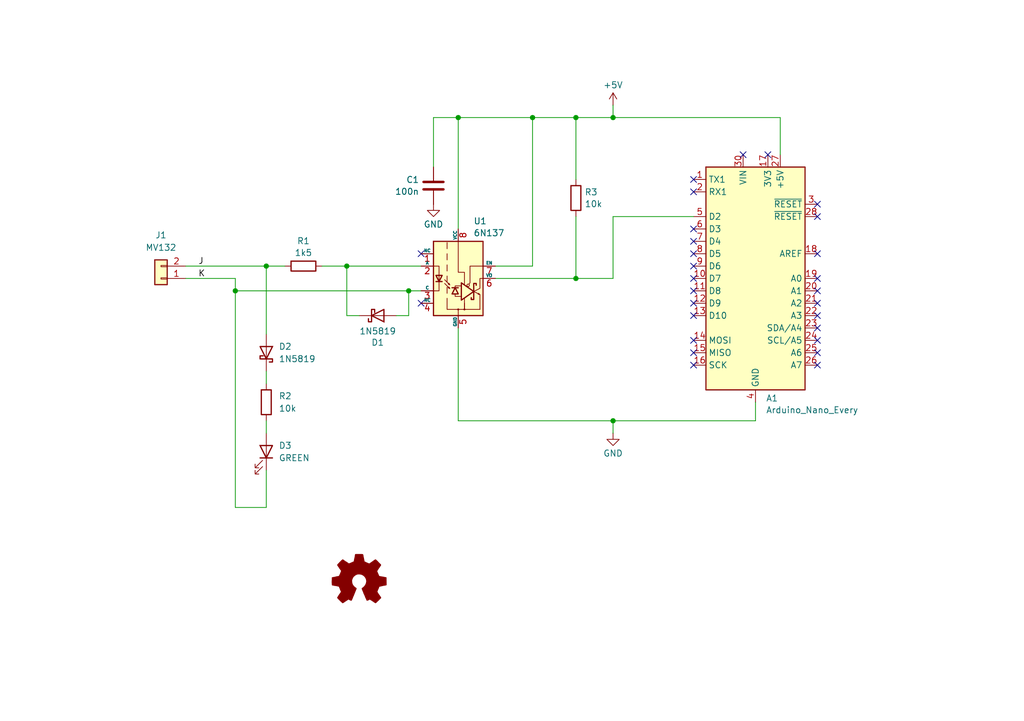
<source format=kicad_sch>
(kicad_sch (version 20250114) (generator "eeschema") (generator_version "9.0")
  (paper "A5")
  (title_block (title "Arduino Nano DCC Shield") (date "2025-11-21") (rev "1.0") (company "Model Railroader Club Brno I – KMŽ Brno I – https://kmz-brno.cz/") (comment 1 "Jan Malina") (comment 2 "https://github.com/kmzbrnoI/") (comment 3 "https://creativecommons.org/licenses/by-sa/4.0/") (comment 4 "Released under the Creative Commons Attribution-ShareAlike 4.0 License"))
  (lib_symbols
    (symbol "Connector_Generic:Conn_01x02" (pin_names (offset 1.016) (hide yes))
      (property "Reference" "J" (at 0 2.54 0))
      (property "Value" "Conn_01x02" (at 0 -5.08 0))
      (symbol "Conn_01x02_1_1"
        (rectangle (start -1.27 1.27) (end 1.27 -3.81) (stroke (width 0.254)) (fill (type background)))
        (rectangle (start -1.27 0.127) (end 0 -0.127) (stroke (width 0.1524)))
        (rectangle (start -1.27 -2.413) (end 0 -2.667) (stroke (width 0.1524)))
        (pin passive line (at -5.08 0 0) (length 3.81) (name "Pin_1") (number "1"))
        (pin passive line (at -5.08 -2.54 0) (length 3.81) (name "Pin_2") (number "2"))
      )
    )
    (symbol "Device:C" (pin_numbers (hide yes)) (pin_names (offset 0.254))
      (property "Reference" "C" (at 0.635 2.54 0))
      (property "Value" "C" (at 0.635 -2.54 0))
      (symbol "C_0_1"
        (polyline (pts (xy -2.032 0.762) (xy 2.032 0.762)) (stroke (width 0.508)))
        (polyline (pts (xy -2.032 -0.762) (xy 2.032 -0.762)) (stroke (width 0.508)))
      )
      (symbol "C_1_1"
        (pin passive line (at 0 3.81 270) (length 2.794) (name "~") (number "1"))
        (pin passive line (at 0 -3.81 90) (length 2.794) (name "~") (number "2"))
      )
    )
    (symbol "Device:LED" (pin_numbers (hide yes)) (pin_names (offset 1.016) (hide yes))
      (property "Reference" "D" (at 0 2.54 0))
      (property "Value" "LED" (at 0 -2.54 0))
      (symbol "LED_0_1"
        (polyline (pts (xy -3.048 -0.762) (xy -4.572 -2.286) (xy -3.81 -2.286) (xy -4.572 -2.286) (xy -4.572 -1.524)))
        (polyline (pts (xy -1.778 -0.762) (xy -3.302 -2.286) (xy -2.54 -2.286) (xy -3.302 -2.286) (xy -3.302 -1.524)))
        (polyline (pts (xy -1.27 0) (xy 1.27 0)))
        (polyline (pts (xy -1.27 -1.27) (xy -1.27 1.27)) (stroke (width 0.254)))
        (polyline (pts (xy 1.27 -1.27) (xy 1.27 1.27) (xy -1.27 0) (xy 1.27 -1.27)) (stroke (width 0.254)))
      )
      (symbol "LED_1_1"
        (pin passive line (at -3.81 0 0) (length 2.54) (name "K") (number "1"))
        (pin passive line (at 3.81 0 180) (length 2.54) (name "A") (number "2"))
      )
    )
    (symbol "Device:R" (pin_numbers (hide yes)) (pin_names (offset 0))
      (property "Reference" "R" (at 2.032 0 90))
      (property "Value" "R" (at 0 0 90))
      (symbol "R_0_1"
        (rectangle (start -1.016 -2.54) (end 1.016 2.54) (stroke (width 0.254)))
      )
      (symbol "R_1_1"
        (pin passive line (at 0 3.81 270) (length 1.27) (name "~") (number "1"))
        (pin passive line (at 0 -3.81 90) (length 1.27) (name "~") (number "2"))
      )
    )
    (symbol "Diode:1N5819" (pin_numbers (hide yes)) (pin_names (offset 1.016) (hide yes))
      (property "Reference" "D" (at 0 2.54 0))
      (property "Value" "1N5819" (at 0 -2.54 0))
      (symbol "1N5819_0_1"
        (polyline (pts (xy -1.905 0.635) (xy -1.905 1.27) (xy -1.27 1.27) (xy -1.27 -1.27) (xy -0.635 -1.27) (xy -0.635 -0.635)) (stroke (width 0.254)))
        (polyline (pts (xy 1.27 1.27) (xy 1.27 -1.27) (xy -1.27 0) (xy 1.27 1.27)) (stroke (width 0.254)))
        (polyline (pts (xy 1.27 0) (xy -1.27 0)))
      )
      (symbol "1N5819_1_1"
        (pin passive line (at -3.81 0 0) (length 2.54) (name "K") (number "1"))
        (pin passive line (at 3.81 0 180) (length 2.54) (name "A") (number "2"))
      )
    )
    (symbol "Graphic:Logo_Open_Hardware_Small" (in_bom no) (on_board no)
      (symbol "Logo_Open_Hardware_Small_0_1"
        (polyline (pts (xy 3.3528 -4.3434) (xy 3.302 -4.318) (xy 3.175 -4.2418) (xy 2.9972 -4.1148) (xy 2.7686 -3.9624) (xy 2.54 -3.81) (xy 2.3622 -3.7084) (xy 2.2352 -3.6068) (xy 2.1844 -3.5814) (xy 2.159 -3.6068) (xy 2.0574 -3.6576) (xy 1.905 -3.7338) (xy 1.8034 -3.7846) (xy 1.6764 -3.8354) (xy 1.6002 -3.8354) (xy 1.6002 -3.8354) (xy 1.5494 -3.7338) (xy 1.4732 -3.5306) (xy 1.3462 -3.302) (xy 1.2446 -3.0226) (xy 1.1176 -2.7178) (xy 0.9652 -2.413) (xy 0.8636 -2.1082) (xy 0.7366 -1.8288) (xy 0.6604 -1.6256) (xy 0.6096 -1.4732) (xy 0.5842 -1.397) (xy 0.5842 -1.397) (xy 0.6604 -1.3208) (xy 0.7874 -1.2446) (xy 1.0414 -1.016) (xy 1.2954 -0.6858) (xy 1.4478 -0.3302) (xy 1.524 0.0762) (xy 1.4732 0.4572) (xy 1.3208 0.8128) (xy 1.0668 1.143) (xy 0.762 1.3716) (xy 0.4064 1.524) (xy 0 1.5748) (xy -0.381 1.5494) (xy -0.7366 1.397) (xy -1.0668 1.143) (xy -1.2192 0.9906) (xy -1.397 0.6604) (xy -1.524 0.3048) (xy -1.524 0.2286) (xy -1.4986 -0.1778) (xy -1.397 -0.5334) (xy -1.1938 -0.8636) (xy -0.9144 -1.143) (xy -0.8636 -1.1684) (xy -0.7366 -1.27) (xy -0.635 -1.3462) (xy -0.5842 -1.397) (xy -1.0668 -2.5908) (xy -1.143 -2.794) (xy -1.2954 -3.1242) (xy -1.397 -3.4036) (xy -1.4986 -3.6322) (xy -1.5748 -3.7846) (xy -1.6002 -3.8354) (xy -1.6002 -3.8354) (xy -1.651 -3.8354) (xy -1.7272 -3.81) (xy -1.905 -3.7338) (xy -2.0066 -3.683) (xy -2.1336 -3.6068) (xy -2.2098 -3.5814) (xy -2.2606 -3.6068) (xy -2.3622 -3.683) (xy -2.54 -3.81) (xy -2.7686 -3.9624) (xy -2.9718 -4.0894) (xy -3.1496 -4.2164) (xy -3.302 -4.318) (xy -3.3528 -4.3434) (xy -3.3782 -4.3434) (xy -3.429 -4.318) (xy -3.5306 -4.2164) (xy -3.7084 -4.064) (xy -3.937 -3.8354) (xy -3.9624 -3.81) (xy -4.1656 -3.6068) (xy -4.318 -3.4544) (xy -4.4196 -3.3274) (xy -4.445 -3.2766) (xy -4.445 -3.2766) (xy -4.4196 -3.2258) (xy -4.318 -3.0734) (xy -4.2164 -2.8956) (xy -4.064 -2.667) (xy -3.6576 -2.0828) (xy -3.8862 -1.5494) (xy -3.937 -1.3716) (xy -4.0386 -1.1684) (xy -4.0894 -1.0414) (xy -4.1148 -0.9652) (xy -4.191 -0.9398) (xy -4.318 -0.9144) (xy -4.5466 -0.8636) (xy -4.8006 -0.8128) (xy -5.0546 -0.7874) (xy -5.2578 -0.7366) (xy -5.4356 -0.7112) (xy -5.5118 -0.6858) (xy -5.5118 -0.6858) (xy -5.5372 -0.635) (xy -5.5372 -0.5588) (xy -5.5372 -0.4318) (xy -5.5626 -0.2286) (xy -5.5626 0.0762) (xy -5.5626 0.127) (xy -5.5372 0.4064) (xy -5.5372 0.635) (xy -5.5372 0.762) (xy -5.5372 0.8382) (xy -5.5372 0.8382) (xy -5.461 0.8382) (xy -5.3086 0.889) (xy -5.08 0.9144) (xy -4.826 0.9652) (xy -4.8006 0.9906) (xy -4.5466 1.0414) (xy -4.318 1.0668) (xy -4.1656 1.1176) (xy -4.0894 1.143) (xy -4.0894 1.143) (xy -4.0386 1.2446) (xy -3.9624 1.4224) (xy -3.8608 1.6256) (xy -3.7846 1.8288) (xy -3.7084 2.0066) (xy -3.6576 2.159) (xy -3.6322 2.2098) (xy -3.6322 2.2098) (xy -3.683 2.286) (xy -3.7592 2.413) (xy -3.8862 2.5908) (xy -4.064 2.8194) (xy -4.064 2.8448) (xy -4.2164 3.0734) (xy -4.3434 3.2512) (xy -4.4196 3.3782) (xy -4.445 3.4544) (xy -4.445 3.4544) (xy -4.3942 3.5052) (xy -4.2926 3.6322) (xy -4.1148 3.81) (xy -3.937 4.0132) (xy -3.8608 4.064) (xy -3.6576 4.2926) (xy -3.5052 4.4196) (xy -3.4036 4.4958) (xy -3.3528 4.5212) (xy -3.3528 4.5212) (xy -3.302 4.4704) (xy -3.1496 4.3688) (xy -2.9718 4.2418) (xy -2.7432 4.0894) (xy -2.7178 4.0894) (xy -2.4892 3.937) (xy -2.3114 3.81) (xy -2.1844 3.7084) (xy -2.1336 3.683) (xy -2.1082 3.683) (xy -2.032 3.7084) (xy -1.8542 3.7592) (xy -1.6764 3.8354) (xy -1.4732 3.937) (xy -1.27 4.0132) (xy -1.143 4.064) (xy -1.0668 4.1148) (xy -1.0668 4.1148) (xy -1.0414 4.191) (xy -1.016 4.3434) (xy -0.9652 4.572) (xy -0.9144 4.8514) (xy -0.889 4.9022) (xy -0.8382 5.1562) (xy -0.8128 5.3848) (xy -0.7874 5.5372) (xy -0.762 5.588) (xy -0.7112 5.6134) (xy -0.5842 5.6134) (xy -0.4064 5.6134) (xy -0.1524 5.6134) (xy 0.0762 5.6134) (xy 0.3302 5.6134) (xy 0.5334 5.6134) (xy 0.6858 5.588) (xy 0.7366 5.588) (xy 0.7366 5.588) (xy 0.762 5.5118) (xy 0.8128 5.334) (xy 0.8382 5.1054) (xy 0.9144 4.826) (xy 0.9144 4.7752) (xy 0.9652 4.5212) (xy 1.016 4.2926) (xy 1.0414 4.1402) (xy 1.0668 4.0894) (xy 1.0668 4.0894) (xy 1.1938 4.0386) (xy 1.3716 3.9624) (xy 1.5748 3.8608) (xy 2.0828 3.6576) (xy 2.7178 4.0894) (xy 2.7686 4.1402) (xy 2.9972 4.2926) (xy 3.175 4.4196) (xy 3.302 4.4958) (xy 3.3782 4.5212) (xy 3.3782 4.5212) (xy 3.429 4.4704) (xy 3.556 4.3434) (xy 3.7338 4.191) (xy 3.9116 3.9878) (xy 4.064 3.8354) (xy 4.2418 3.6576) (xy 4.3434 3.556) (xy 4.4196 3.4798) (xy 4.4196 3.429) (xy 4.4196 3.4036) (xy 4.3942 3.3274) (xy 4.2926 3.2004) (xy 4.1656 2.9972) (xy 4.0132 2.794) (xy 3.8862 2.5908) (xy 3.7592 2.3876) (xy 3.6576 2.2352) (xy 3.6322 2.159) (xy 3.6322 2.1336) (xy 3.683 2.0066) (xy 3.7592 1.8288) (xy 3.8608 1.6002) (xy 4.064 1.1176) (xy 4.3942 1.0414) (xy 4.5974 1.016) (xy 4.8768 0.9652) (xy 5.1308 0.9144) (xy 5.5372 0.8382) (xy 5.5626 -0.6604) (xy 5.4864 -0.6858) (xy 5.4356 -0.6858) (xy 5.2832 -0.7366) (xy 5.0546 -0.762) (xy 4.8006 -0.8128) (xy 4.5974 -0.8636) (xy 4.3688 -0.9144) (xy 4.2164 -0.9398) (xy 4.1402 -0.9398) (xy 4.1148 -0.9652) (xy 4.064 -1.0668) (xy 3.9878 -1.2446) (xy 3.9116 -1.4478) (xy 3.81 -1.651) (xy 3.7338 -1.8542) (xy 3.683 -2.0066) (xy 3.6576 -2.0828) (xy 3.683 -2.1336) (xy 3.7846 -2.2606) (xy 3.8862 -2.4638) (xy 4.0386 -2.667) (xy 4.191 -2.8956) (xy 4.318 -3.0734) (xy 4.3942 -3.2004) (xy 4.445 -3.2766) (xy 4.4196 -3.3274) (xy 4.3434 -3.429) (xy 4.1656 -3.5814) (xy 3.937 -3.8354) (xy 3.8862 -3.8608) (xy 3.683 -4.064) (xy 3.5306 -4.2164) (xy 3.4036 -4.318) (xy 3.3528 -4.3434)) (fill (type outline)))
      )
    )
    (symbol "Isolator:6N137" (pin_names (offset 0))
      (property "Reference" "U" (at -4.064 8.89 0))
      (property "Value" "6N137" (at 0 -8.89 0))
      (symbol "6N137_0_1"
        (polyline (pts (xy -5.08 -2.54) (xy -3.937 -2.54) (xy -3.937 2.54) (xy -5.08 2.54)))
        (polyline (pts (xy -2.794 -0.254) (xy -1.717 -1.331) (xy -2.076 -1.152) (xy -1.896 -0.972) (xy -1.717 -1.331)))
        (polyline (pts (xy -2.794 -1.016) (xy -1.717 -2.093) (xy -2.076 -1.914) (xy -1.896 -1.734) (xy -1.717 -2.093)))
        (polyline (pts (xy 0 -6.35) (xy -2.286 -6.35) (xy -2.286 -4.064)))
        (polyline (pts (xy 1.27 -5.08) (xy 1.27 -6.35) (xy 0 -6.35) (xy 0 -7.62)))
        (polyline (pts (xy 3.175 -2.667) (xy 0.635 -4.445) (xy 0.635 -0.889) (xy 3.175 -2.667)) (stroke (width 0.254)))
      )
      (symbol "6N137_1_1"
        (rectangle (start -5.08 7.62) (end 5.08 -7.62) (stroke (width 0.254)) (fill (type background)))
        (polyline (pts (xy -4.572 -0.635) (xy -3.302 -0.635)) (stroke (width 0.254)))
        (polyline (pts (xy -3.937 -0.635) (xy -4.572 0.635) (xy -3.302 0.635) (xy -3.937 -0.635)) (stroke (width 0.254)))
        (polyline (pts (xy -2.286 7.366) (xy -2.286 6.096)))
        (polyline (pts (xy -2.286 5.08) (xy -2.286 3.81)))
        (polyline (pts (xy -2.286 2.794) (xy -2.286 1.524)))
        (polyline (pts (xy -2.286 0.508) (xy -2.286 -0.762)))
        (polyline (pts (xy -2.286 -1.778) (xy -2.286 -3.048)))
        (polyline (pts (xy -1.27 -1.905) (xy 0 -1.905)) (stroke (width 0.254)))
        (polyline (pts (xy -0.635 -1.905) (xy -0.635 -1.524) (xy 0.508 -1.524)))
        (polyline (pts (xy -0.635 -1.905) (xy -1.27 -3.175) (xy 0 -3.175) (xy -0.635 -1.905)) (stroke (width 0.254)))
        (polyline (pts (xy -0.635 -3.302) (xy -0.635 -3.683) (xy 0.635 -3.683)))
        (circle (center 0 -6.35) (radius 0.127) (fill (type outline)))
        (polyline (pts (xy 1.27 -1.27) (xy 1.27 1.27) (xy 0 1.27) (xy 0 7.62)))
        (polyline (pts (xy 1.27 -4.064) (xy 1.27 -6.35) (xy 4.445 -6.35)))
        (circle (center 1.27 -6.35) (radius 0.127) (fill (type outline)))
        (circle (center 2.032 -1.397) (radius 0.254))
        (polyline (pts (xy 2.1844 -1.1684) (xy 2.413 -0.889) (xy 2.413 2.54) (xy 5.08 2.54)))
        (polyline (pts (xy 3.175 -2.667) (xy 4.445 -3.302) (xy 4.445 -6.35)))
        (polyline (pts (xy 3.175 -2.667) (xy 3.175 -1.016) (xy 3.683 -1.016) (xy 3.683 -1.397)) (stroke (width 0.254)))
        (polyline (pts (xy 3.175 -2.667) (xy 3.175 -4.318) (xy 2.667 -4.318) (xy 2.667 -3.937)) (stroke (width 0.254)))
        (polyline (pts (xy 3.175 -2.667) (xy 4.445 -2.032) (xy 4.445 0) (xy 5.08 0)))
        (polyline (pts (xy 4.445 -3.302) (xy 4.161 -3.018) (xy 4.047 -3.246) (xy 4.445 -3.302)) (stroke (width 0.127)) (fill (type outline)))
        (pin passive line (at -7.62 5.08 0) (length 2.54) (name "NC") (number "1"))
        (pin passive line (at -7.62 2.54 0) (length 2.54) (name "A") (number "2"))
        (pin passive line (at -7.62 -2.54 0) (length 2.54) (name "C") (number "3"))
        (pin passive line (at -7.62 -5.08 0) (length 2.54) (name "NC") (number "4"))
        (pin power_in line (at 0 10.16 270) (length 2.54) (name "VCC") (number "8"))
        (pin power_in line (at 0 -10.16 90) (length 2.54) (name "GND") (number "5"))
        (pin input line (at 7.62 2.54 180) (length 2.54) (name "EN") (number "7"))
        (pin open_collector line (at 7.62 0 180) (length 2.54) (name "VO") (number "6"))
      )
    )
    (symbol "MCU_Module:Arduino_Nano_Every"
      (property "Reference" "A" (at -10.16 23.495 0))
      (property "Value" "Arduino_Nano_Every" (at 5.08 -24.13 0))
      (symbol "Arduino_Nano_Every_0_1"
        (rectangle (start -10.16 22.86) (end 10.16 -22.86) (stroke (width 0.254)) (fill (type background)))
      )
      (symbol "Arduino_Nano_Every_1_1"
        (pin bidirectional line (at -12.7 20.32 0) (length 2.54) (name "TX1") (number "1"))
        (pin bidirectional line (at -12.7 17.78 0) (length 2.54) (name "RX1") (number "2"))
        (pin bidirectional line (at -12.7 12.7 0) (length 2.54) (name "D2") (number "5"))
        (pin bidirectional line (at -12.7 10.16 0) (length 2.54) (name "D3") (number "6"))
        (pin bidirectional line (at -12.7 7.62 0) (length 2.54) (name "D4") (number "7"))
        (pin bidirectional line (at -12.7 5.08 0) (length 2.54) (name "D5") (number "8"))
        (pin bidirectional line (at -12.7 2.54 0) (length 2.54) (name "D6") (number "9"))
        (pin bidirectional line (at -12.7 0 0) (length 2.54) (name "D7") (number "10"))
        (pin bidirectional line (at -12.7 -2.54 0) (length 2.54) (name "D8") (number "11"))
        (pin bidirectional line (at -12.7 -5.08 0) (length 2.54) (name "D9") (number "12"))
        (pin bidirectional line (at -12.7 -7.62 0) (length 2.54) (name "D10") (number "13"))
        (pin bidirectional line (at -12.7 -12.7 0) (length 2.54) (name "MOSI") (number "14"))
        (pin bidirectional line (at -12.7 -15.24 0) (length 2.54) (name "MISO") (number "15"))
        (pin bidirectional line (at -12.7 -17.78 0) (length 2.54) (name "SCK") (number "16"))
        (pin power_in line (at -2.54 25.4 270) (length 2.54) (name "VIN") (number "30"))
        (pin passive line (at 0 -25.4 90) (length 2.54) (hide yes) (name "GND") (number "29"))
        (pin power_in line (at 0 -25.4 90) (length 2.54) (name "GND") (number "4"))
        (pin power_out line (at 2.54 25.4 270) (length 2.54) (name "3V3") (number "17"))
        (pin power_out line (at 5.08 25.4 270) (length 2.54) (name "+5V") (number "27"))
        (pin input line (at 12.7 15.24 180) (length 2.54) (name "~{RESET}") (number "3"))
        (pin input line (at 12.7 12.7 180) (length 2.54) (name "~{RESET}") (number "28"))
        (pin input line (at 12.7 5.08 180) (length 2.54) (name "AREF") (number "18"))
        (pin bidirectional line (at 12.7 0 180) (length 2.54) (name "A0") (number "19"))
        (pin bidirectional line (at 12.7 -2.54 180) (length 2.54) (name "A1") (number "20"))
        (pin bidirectional line (at 12.7 -5.08 180) (length 2.54) (name "A2") (number "21"))
        (pin bidirectional line (at 12.7 -7.62 180) (length 2.54) (name "A3") (number "22"))
        (pin bidirectional line (at 12.7 -10.16 180) (length 2.54) (name "SDA/A4") (number "23"))
        (pin bidirectional line (at 12.7 -12.7 180) (length 2.54) (name "SCL/A5") (number "24"))
        (pin bidirectional line (at 12.7 -15.24 180) (length 2.54) (name "A6") (number "25"))
        (pin bidirectional line (at 12.7 -17.78 180) (length 2.54) (name "A7") (number "26"))
      )
    )
    (symbol "power:+5V" (power) (pin_numbers (hide yes)) (pin_names (offset 0) (hide yes))
      (property "Value" "+5V" (at 0 3.556 0))
      (symbol "+5V_0_1"
        (polyline (pts (xy -0.762 1.27) (xy 0 2.54)))
        (polyline (pts (xy 0 2.54) (xy 0.762 1.27)))
        (polyline (pts (xy 0 0) (xy 0 2.54)))
      )
      (symbol "+5V_1_1"
        (pin power_in line (at 0 0 90) (length 0) (name "~") (number "1"))
      )
    )
    (symbol "power:GND" (power) (pin_numbers (hide yes)) (pin_names (offset 0) (hide yes))
      (property "Value" "GND" (at 0 -3.81 0))
      (symbol "GND_0_1"
        (polyline (pts (xy 0 0) (xy 0 -1.27) (xy 1.27 -1.27) (xy 0 -2.54) (xy -1.27 -1.27) (xy 0 -1.27)))
      )
      (symbol "GND_1_1"
        (pin power_in line (at 0 0 270) (length 0) (name "~") (number "1"))
      )
    )
  )
  (junction (at 54.61 54.61))
  (junction (at 93.98 24.13))
  (junction (at 118.11 57.15))
  (junction (at 125.73 24.13))
  (junction (at 71.12 54.61))
  (junction (at 109.22 24.13))
  (junction (at 118.11 24.13))
  (junction (at 125.73 86.36))
  (junction (at 48.26 59.69))
  (junction (at 83.82 59.69))
  (no_connect (at 167.64 41.91))
  (no_connect (at 157.48 31.75))
  (no_connect (at 142.24 52.07))
  (no_connect (at 167.64 69.85))
  (no_connect (at 167.64 67.31))
  (no_connect (at 142.24 64.77))
  (no_connect (at 167.64 44.45))
  (no_connect (at 167.64 72.39))
  (no_connect (at 142.24 74.93))
  (no_connect (at 167.64 64.77))
  (no_connect (at 86.36 62.23))
  (no_connect (at 167.64 57.15))
  (no_connect (at 167.64 74.93))
  (no_connect (at 152.4 31.75))
  (no_connect (at 86.36 52.07))
  (no_connect (at 167.64 59.69))
  (no_connect (at 142.24 62.23))
  (no_connect (at 142.24 54.61))
  (no_connect (at 142.24 72.39))
  (no_connect (at 167.64 62.23))
  (no_connect (at 142.24 59.69))
  (no_connect (at 142.24 49.53))
  (no_connect (at 142.24 69.85))
  (no_connect (at 167.64 52.07))
  (no_connect (at 142.24 46.99))
  (no_connect (at 142.24 36.83))
  (no_connect (at 142.24 39.37))
  (no_connect (at 142.24 57.15))
  (wire (pts (xy 54.61 104.14) (xy 48.26 104.14)))
  (wire (pts (xy 48.26 59.69) (xy 83.82 59.69)))
  (wire (pts (xy 125.73 44.45) (xy 142.24 44.45)))
  (wire (pts (xy 125.73 86.36) (xy 125.73 88.9)))
  (wire (pts (xy 93.98 46.99) (xy 93.98 24.13)))
  (wire (pts (xy 101.6 54.61) (xy 109.22 54.61)))
  (wire (pts (xy 160.02 24.13) (xy 160.02 31.75)))
  (wire (pts (xy 81.28 64.77) (xy 83.82 64.77)))
  (wire (pts (xy 125.73 86.36) (xy 93.98 86.36)))
  (wire (pts (xy 54.61 76.2) (xy 54.61 78.74)))
  (wire (pts (xy 125.73 21.59) (xy 125.73 24.13)))
  (wire (pts (xy 118.11 57.15) (xy 125.73 57.15)))
  (wire (pts (xy 109.22 54.61) (xy 109.22 24.13)))
  (wire (pts (xy 83.82 64.77) (xy 83.82 59.69)))
  (wire (pts (xy 71.12 54.61) (xy 71.12 64.77)))
  (wire (pts (xy 118.11 24.13) (xy 125.73 24.13)))
  (wire (pts (xy 54.61 86.36) (xy 54.61 88.9)))
  (wire (pts (xy 101.6 57.15) (xy 118.11 57.15)))
  (wire (pts (xy 71.12 54.61) (xy 86.36 54.61)))
  (wire (pts (xy 88.9 24.13) (xy 88.9 34.29)))
  (wire (pts (xy 48.26 104.14) (xy 48.26 59.69)))
  (wire (pts (xy 154.94 86.36) (xy 154.94 82.55)))
  (wire (pts (xy 54.61 104.14) (xy 54.61 96.52)))
  (wire (pts (xy 54.61 54.61) (xy 54.61 68.58)))
  (wire (pts (xy 93.98 24.13) (xy 88.9 24.13)))
  (wire (pts (xy 83.82 59.69) (xy 86.36 59.69)))
  (wire (pts (xy 54.61 54.61) (xy 58.42 54.61)))
  (wire (pts (xy 118.11 24.13) (xy 118.11 36.83)))
  (wire (pts (xy 125.73 24.13) (xy 160.02 24.13)))
  (wire (pts (xy 48.26 57.15) (xy 48.26 59.69)))
  (wire (pts (xy 154.94 86.36) (xy 125.73 86.36)))
  (wire (pts (xy 73.66 64.77) (xy 71.12 64.77)))
  (wire (pts (xy 38.1 57.15) (xy 48.26 57.15)))
  (wire (pts (xy 93.98 86.36) (xy 93.98 67.31)))
  (wire (pts (xy 125.73 57.15) (xy 125.73 44.45)))
  (wire (pts (xy 38.1 54.61) (xy 54.61 54.61)))
  (wire (pts (xy 66.04 54.61) (xy 71.12 54.61)))
  (wire (pts (xy 109.22 24.13) (xy 118.11 24.13)))
  (wire (pts (xy 93.98 24.13) (xy 109.22 24.13)))
  (wire (pts (xy 118.11 44.45) (xy 118.11 57.15)))
  (label "J" (at 40.64 54.61 0))
  (label "K" (at 40.64 57.15 0))
  (symbol (lib_id "Diode:1N5819") (at 54.61 72.39 270) (mirror x) (unit 1)
    (property "Reference" "D2" (at 57.15 71.12 90) (effects (justify left)))
    (property "Value" "1N5819" (at 57.15 73.66 90) (effects (justify left)))
    (property "Footprint" "Diode_SMD:D_SOD-123" (effects (hide yes)))
    (property "Datasheet" "http://www.vishay.com/docs/88525/1n5817.pdf" (effects (hide yes)))
    (property "LCSC" "C8598" (effects (hide yes)))
  )
  (symbol (lib_id "Device:LED") (at 54.61 92.71 270) (mirror x) (unit 1)
    (property "Reference" "D3" (at 57.15 91.44 90) (effects (justify left)))
    (property "Value" "GREEN" (at 57.15 93.98 90) (effects (justify left)))
    (property "Footprint" "LED_SMD:LED_0805_2012Metric_Pad1.15x1.40mm_HandSolder" (effects (hide yes)))
    (property "Description" "Light emitting diode" (effects (hide yes)))
    (property "Sim.Pins" "1=K 2=A" (effects (hide yes)))
  )
  (symbol (lib_id "Device:R") (at 118.11 40.64 0) (unit 1)
    (property "Reference" "R3" (at 119.888 39.4278 0) (effects (justify left)))
    (property "Value" "10k" (at 119.888 41.8521 0) (effects (justify left)))
    (property "Footprint" "Resistor_SMD:R_0805_2012Metric_Pad1.20x1.40mm_HandSolder" (effects (hide yes)))
    (property "Description" "Resistor" (effects (hide yes)))
  )
  (symbol (lib_id "Device:R") (at 62.23 54.61 90) (unit 1)
    (property "Reference" "R1" (at 62.23 49.4495 90))
    (property "Value" "1k5" (at 62.23 51.8738 90))
    (property "Footprint" "Resistor_SMD:R_0805_2012Metric_Pad1.20x1.40mm_HandSolder" (effects (hide yes)))
    (property "Description" "Resistor" (effects (hide yes)))
  )
  (symbol (lib_id "Diode:1N5819") (at 77.47 64.77 0) (mirror x) (unit 1)
    (property "Reference" "D1" (at 77.47 70.2818 0))
    (property "Value" "1N5819" (at 77.47 67.9704 0))
    (property "Footprint" "Diode_SMD:D_SOD-123" (effects (hide yes)))
    (property "Datasheet" "http://www.vishay.com/docs/88525/1n5817.pdf" (effects (hide yes)))
    (property "LCSC" "C8598" (effects (hide yes)))
  )
  (symbol (lib_id "Graphic:Logo_Open_Hardware_Small") (at 73.66 119.38 0) (unit 1) (exclude_from_sim yes) (in_bom no) (on_board no)
    (property "Reference" "#SYM1" (effects (hide yes)))
    (property "Value" "Logo_Open_Hardware_Small" (effects (hide yes)))
    (property "Description" "Open Hardware logo, small" (effects (hide yes)))
  )
  (symbol (lib_id "Isolator:6N137") (at 93.98 57.15 0) (unit 1)
    (property "Reference" "U1" (at 97.0981 45.3855 0) (effects (justify left)))
    (property "Value" "6N137" (at 97.0981 47.8098 0) (effects (justify left)))
    (property "Footprint" "Package_DIP:DIP-8_W7.62mm_LongPads" (effects (hide yes)))
    (property "Datasheet" "https://docs.broadcom.com/docs/AV02-0940EN" (effects (hide yes)))
    (property "Description" "Single High Speed LSTTL/TTL Compatible Optocoupler with enable, dV/dt 1000/us, VCM 10, max 7V VCC, DIP-8" (effects (hide yes)))
  )
  (symbol (lib_id "MCU_Module:Arduino_Nano_Every") (at 154.94 57.15 0) (unit 1)
    (property "Reference" "A1" (at 157.0833 81.7301 0) (effects (justify left)))
    (property "Value" "Arduino_Nano_Every" (at 157.0833 84.1544 0) (effects (justify left)))
    (property "Footprint" "Module:Arduino_Nano" (effects (hide yes)))
    (property "Datasheet" "https://content.arduino.cc/assets/NANOEveryV3.0_sch.pdf" (effects (hide yes)))
    (property "Description" "Arduino Nano Every" (effects (hide yes)))
  )
  (symbol (lib_id "Device:R") (at 54.61 82.55 0) (unit 1)
    (property "Reference" "R2" (at 57.15 81.28 0) (effects (justify left)))
    (property "Value" "10k" (at 57.15 83.82 0) (effects (justify left)))
    (property "Footprint" "Resistor_SMD:R_0805_2012Metric_Pad1.20x1.40mm_HandSolder" (effects (hide yes)))
    (property "Description" "Resistor" (effects (hide yes)))
  )
  (symbol (lib_id "power:GND") (at 88.9 41.91 0) (mirror y) (unit 1)
    (property "Reference" "#PWR03" (effects (hide yes)))
    (property "Value" "GND" (at 88.9 46.0431 0))
    (property "Description" "Power symbol creates a global label with name \"GND\" , ground" (effects (hide yes)))
  )
  (symbol (lib_id "power:GND") (at 125.73 88.9 0) (unit 1)
    (property "Reference" "#PWR01" (effects (hide yes)))
    (property "Value" "GND" (at 125.73 93.0331 0))
    (property "Description" "Power symbol creates a global label with name \"GND\" , ground" (effects (hide yes)))
  )
  (symbol (lib_id "power:+5V") (at 125.73 21.59 0) (unit 1)
    (property "Reference" "#PWR02" (effects (hide yes)))
    (property "Value" "+5V" (at 125.73 17.4569 0))
    (property "Description" "Power symbol creates a global label with name \"+5V\"" (effects (hide yes)))
  )
  (symbol (lib_id "Connector_Generic:Conn_01x02") (at 33.02 57.15 180) (unit 1)
    (property "Reference" "J1" (at 33.02 48.26 0))
    (property "Value" "MV132" (at 33.02 50.8 0))
    (property "Footprint" "TerminalBlock_4Ucon:TerminalBlock_4Ucon_1x02_P3.50mm_Horizontal" (effects (hide yes)))
    (property "Description" "Generic connector, single row, 01x02, script generated (kicad-library-utils/schlib/autogen/connector/)" (effects (hide yes)))
  )
  (symbol (lib_id "Device:C") (at 88.9 38.1 0) (mirror y) (unit 1)
    (property "Reference" "C1" (at 85.979 36.8878 0) (effects (justify left)))
    (property "Value" "100n" (at 85.979 39.3121 0) (effects (justify left)))
    (property "Footprint" "Capacitor_SMD:C_0805_2012Metric_Pad1.18x1.45mm_HandSolder" (effects (hide yes)))
    (property "Description" "Unpolarized capacitor" (effects (hide yes)))
  )
)
</source>
